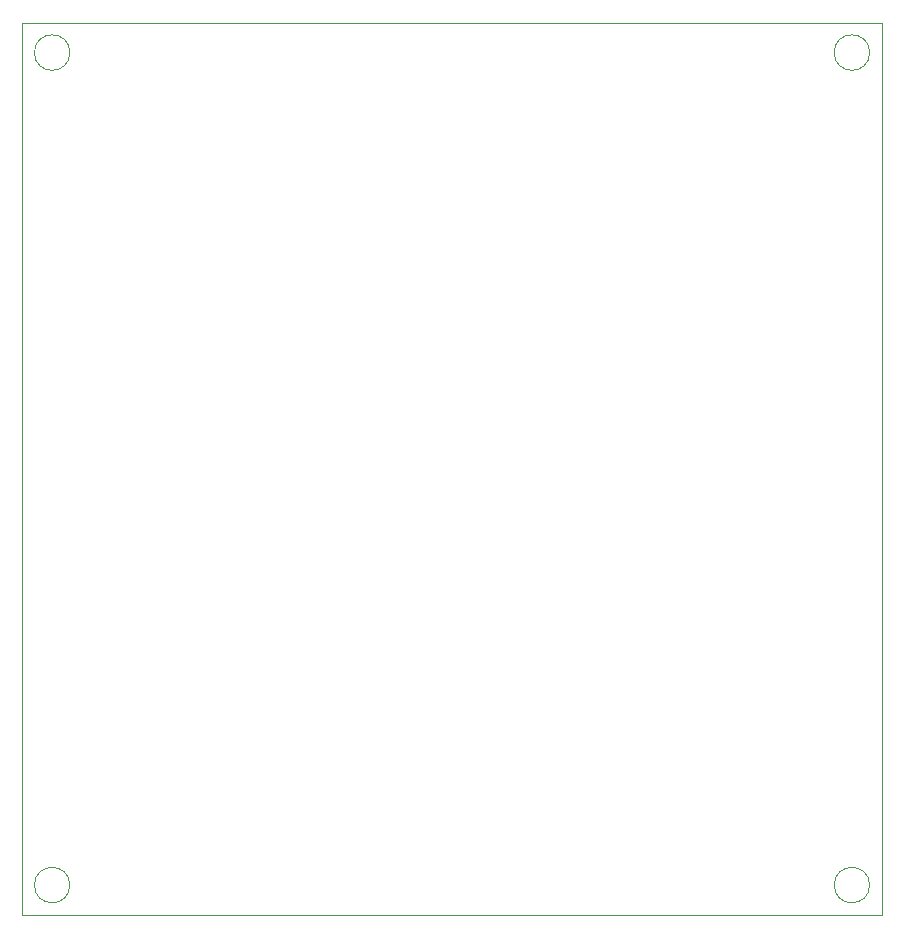
<source format=gbr>
%TF.GenerationSoftware,KiCad,Pcbnew,(6.0.4)*%
%TF.CreationDate,2022-04-30T14:30:55+02:00*%
%TF.ProjectId,TMS9918-2,544d5339-3931-4382-9d32-2e6b69636164,1.1*%
%TF.SameCoordinates,Original*%
%TF.FileFunction,Profile,NP*%
%FSLAX46Y46*%
G04 Gerber Fmt 4.6, Leading zero omitted, Abs format (unit mm)*
G04 Created by KiCad (PCBNEW (6.0.4)) date 2022-04-30 14:30:55*
%MOMM*%
%LPD*%
G01*
G04 APERTURE LIST*
%TA.AperFunction,Profile*%
%ADD10C,0.100000*%
%TD*%
G04 APERTURE END LIST*
D10*
X115800000Y-62865000D02*
G75*
G03*
X115800000Y-62865000I-1500000J0D01*
G01*
X48085000Y-133350000D02*
G75*
G03*
X48085000Y-133350000I-1500000J0D01*
G01*
X48085000Y-62865000D02*
G75*
G03*
X48085000Y-62865000I-1500000J0D01*
G01*
X115800000Y-133350000D02*
G75*
G03*
X115800000Y-133350000I-1500000J0D01*
G01*
X44045000Y-60325000D02*
X116840000Y-60325000D01*
X116840000Y-60325000D02*
X116840000Y-135890000D01*
X116840000Y-135890000D02*
X44045000Y-135890000D01*
X44045000Y-135890000D02*
X44045000Y-60325000D01*
M02*

</source>
